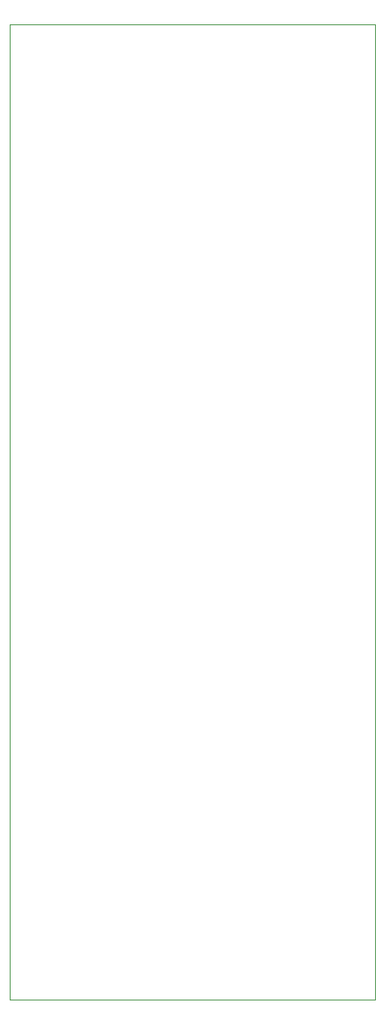
<source format=gbr>
G04 #@! TF.GenerationSoftware,KiCad,Pcbnew,(5.1.9)-1*
G04 #@! TF.CreationDate,2021-04-27T02:13:11+02:00*
G04 #@! TF.ProjectId,Clock Divider Main,436c6f63-6b20-4446-9976-69646572204d,rev?*
G04 #@! TF.SameCoordinates,Original*
G04 #@! TF.FileFunction,Profile,NP*
%FSLAX46Y46*%
G04 Gerber Fmt 4.6, Leading zero omitted, Abs format (unit mm)*
G04 Created by KiCad (PCBNEW (5.1.9)-1) date 2021-04-27 02:13:11*
%MOMM*%
%LPD*%
G01*
G04 APERTURE LIST*
G04 #@! TA.AperFunction,Profile*
%ADD10C,0.050000*%
G04 #@! TD*
G04 APERTURE END LIST*
D10*
X0Y-101600000D02*
X0Y0D01*
X38100000Y-101600000D02*
X0Y-101600000D01*
X38100000Y0D02*
X38100000Y-101600000D01*
X0Y0D02*
X38100000Y0D01*
M02*

</source>
